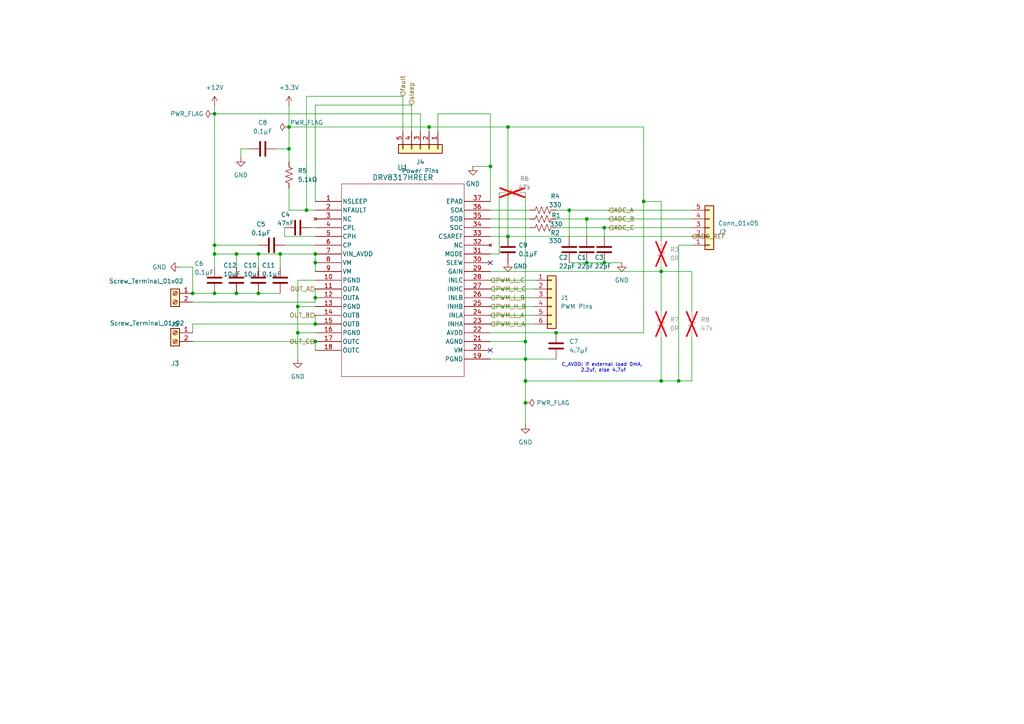
<source format=kicad_sch>
(kicad_sch (version 20231120) (generator "eeschema") (generator_version "8.0")
  (paper "A4")
  (title_block (title "Reaction Wheel Board") (date "2025-01-16") (rev "v1a") (comment 1 "Carson Lauer") (comment 2 "Maya Bridgman"))
  (lib_symbols
    (symbol "Connector:Screw_Terminal_01x02" (pin_names (offset 1.016) hide)
      (property "Reference" "J" (at 0 2.54 0))
      (property "Value" "Screw_Terminal_01x02" (at 0 -5.08 0))
      (symbol "Screw_Terminal_01x02_1_1"
        (rectangle (start -1.27 1.27) (end 1.27 -3.81) (stroke (width 0.254)) (fill (type background)))
        (circle (center 0 -2.54) (radius 0.635) (stroke (width 0.1524)))
        (polyline (pts (xy -0.5334 -2.2098) (xy 0.3302 -3.048)) (stroke (width 0.1524)))
        (polyline (pts (xy -0.5334 0.3302) (xy 0.3302 -0.508)) (stroke (width 0.1524)))
        (polyline (pts (xy -0.3556 -2.032) (xy 0.508 -2.8702)) (stroke (width 0.1524)))
        (polyline (pts (xy -0.3556 0.508) (xy 0.508 -0.3302)) (stroke (width 0.1524)))
        (circle (center 0 0) (radius 0.635) (stroke (width 0.1524)))
        (pin passive line (at -5.08 0 0) (length 3.81) (name "Pin_1") (number "1"))
        (pin passive line (at -5.08 -2.54 0) (length 3.81) (name "Pin_2") (number "2"))
      )
    )
    (symbol "Connector_Generic:Conn_01x05" (pin_names (offset 1.016) hide)
      (property "Reference" "J" (at 0 7.62 0))
      (property "Value" "Conn_01x05" (at 0 -7.62 0))
      (symbol "Conn_01x05_1_1"
        (rectangle (start -1.27 -4.953) (end 0 -5.207) (stroke (width 0.1524)))
        (rectangle (start -1.27 -2.413) (end 0 -2.667) (stroke (width 0.1524)))
        (rectangle (start -1.27 0.127) (end 0 -0.127) (stroke (width 0.1524)))
        (rectangle (start -1.27 2.667) (end 0 2.413) (stroke (width 0.1524)))
        (rectangle (start -1.27 5.207) (end 0 4.953) (stroke (width 0.1524)))
        (rectangle (start -1.27 6.35) (end 1.27 -6.35) (stroke (width 0.254)) (fill (type background)))
        (pin passive line (at -5.08 5.08 0) (length 3.81) (name "Pin_1") (number "1"))
        (pin passive line (at -5.08 2.54 0) (length 3.81) (name "Pin_2") (number "2"))
        (pin passive line (at -5.08 0 0) (length 3.81) (name "Pin_3") (number "3"))
        (pin passive line (at -5.08 -2.54 0) (length 3.81) (name "Pin_4") (number "4"))
        (pin passive line (at -5.08 -5.08 0) (length 3.81) (name "Pin_5") (number "5"))
      )
    )
    (symbol "Connector_Generic:Conn_01x06" (pin_names (offset 1.016) hide)
      (property "Reference" "J" (at 0 7.62 0))
      (property "Value" "Conn_01x06" (at 0 -10.16 0))
      (symbol "Conn_01x06_1_1"
        (rectangle (start -1.27 -7.493) (end 0 -7.747) (stroke (width 0.1524)))
        (rectangle (start -1.27 -4.953) (end 0 -5.207) (stroke (width 0.1524)))
        (rectangle (start -1.27 -2.413) (end 0 -2.667) (stroke (width 0.1524)))
        (rectangle (start -1.27 0.127) (end 0 -0.127) (stroke (width 0.1524)))
        (rectangle (start -1.27 2.667) (end 0 2.413) (stroke (width 0.1524)))
        (rectangle (start -1.27 5.207) (end 0 4.953) (stroke (width 0.1524)))
        (rectangle (start -1.27 6.35) (end 1.27 -8.89) (stroke (width 0.254)) (fill (type background)))
        (pin passive line (at -5.08 5.08 0) (length 3.81) (name "Pin_1") (number "1"))
        (pin passive line (at -5.08 2.54 0) (length 3.81) (name "Pin_2") (number "2"))
        (pin passive line (at -5.08 0 0) (length 3.81) (name "Pin_3") (number "3"))
        (pin passive line (at -5.08 -2.54 0) (length 3.81) (name "Pin_4") (number "4"))
        (pin passive line (at -5.08 -5.08 0) (length 3.81) (name "Pin_5") (number "5"))
        (pin passive line (at -5.08 -7.62 0) (length 3.81) (name "Pin_6") (number "6"))
      )
    )
    (symbol "Device:C" (pin_numbers hide) (pin_names (offset 0.254))
      (property "Reference" "C" (at 0.635 2.54 0))
      (property "Value" "C" (at 0.635 -2.54 0))
      (symbol "C_0_1"
        (polyline (pts (xy -2.032 -0.762) (xy 2.032 -0.762)) (stroke (width 0.508)))
        (polyline (pts (xy -2.032 0.762) (xy 2.032 0.762)) (stroke (width 0.508)))
      )
      (symbol "C_1_1"
        (pin passive line (at 0 3.81 270) (length 2.794) (name "~") (number "1"))
        (pin passive line (at 0 -3.81 90) (length 2.794) (name "~") (number "2"))
      )
    )
    (symbol "Device:R_US" (pin_numbers hide) (pin_names (offset 0))
      (property "Reference" "R" (at 2.54 0 90))
      (property "Value" "R_US" (at -2.54 0 90))
      (symbol "R_US_0_1"
        (polyline (pts (xy 0 -2.286) (xy 0 -2.54)))
        (polyline (pts (xy 0 2.286) (xy 0 2.54)))
        (polyline (pts (xy 0 -0.762) (xy 1.016 -1.143) (xy 0 -1.524) (xy -1.016 -1.905) (xy 0 -2.286)))
        (polyline (pts (xy 0 0.762) (xy 1.016 0.381) (xy 0 0) (xy -1.016 -0.381) (xy 0 -0.762)))
        (polyline (pts (xy 0 2.286) (xy 1.016 1.905) (xy 0 1.524) (xy -1.016 1.143) (xy 0 0.762)))
      )
      (symbol "R_US_1_1"
        (pin passive line (at 0 3.81 270) (length 1.27) (name "~") (number "1"))
        (pin passive line (at 0 -3.81 90) (length 1.27) (name "~") (number "2"))
      )
    )
    (symbol "power:+12V" (power) (pin_numbers hide) (pin_names (offset 0) hide)
      (property "Value" "+12V" (at 0 3.556 0))
      (symbol "+12V_0_1"
        (polyline (pts (xy -0.762 1.27) (xy 0 2.54)))
        (polyline (pts (xy 0 0) (xy 0 2.54)))
        (polyline (pts (xy 0 2.54) (xy 0.762 1.27)))
      )
      (symbol "+12V_1_1"
        (pin power_in line (at 0 0 90) (length 0) (name "~") (number "1"))
      )
    )
    (symbol "power:+3.3V" (power) (pin_numbers hide) (pin_names (offset 0) hide)
      (property "Value" "+3.3V" (at 0 3.556 0))
      (symbol "+3.3V_0_1"
        (polyline (pts (xy -0.762 1.27) (xy 0 2.54)))
        (polyline (pts (xy 0 0) (xy 0 2.54)))
        (polyline (pts (xy 0 2.54) (xy 0.762 1.27)))
      )
      (symbol "+3.3V_1_1"
        (pin power_in line (at 0 0 90) (length 0) (name "~") (number "1"))
      )
    )
    (symbol "power:GND" (power) (pin_numbers hide) (pin_names (offset 0) hide)
      (property "Value" "GND" (at 0 -3.81 0))
      (symbol "GND_0_1"
        (polyline (pts (xy 0 0) (xy 0 -1.27) (xy 1.27 -1.27) (xy 0 -2.54) (xy -1.27 -1.27) (xy 0 -1.27)))
      )
      (symbol "GND_1_1"
        (pin power_in line (at 0 0 270) (length 0) (name "~") (number "1"))
      )
    )
    (symbol "power:PWR_FLAG" (power) (pin_numbers hide) (pin_names (offset 0) hide)
      (property "Value" "PWR_FLAG" (at 0 3.81 0))
      (symbol "PWR_FLAG_0_0"
        (pin power_out line (at 0 0 90) (length 0) (name "~") (number "1"))
      )
      (symbol "PWR_FLAG_0_1"
        (polyline (pts (xy 0 0) (xy 0 1.27) (xy -1.016 1.905) (xy 0 2.54) (xy 1.016 1.905) (xy 0 1.27)))
      )
    )
    (symbol "ssi_IC:DRV8317HREER" (pin_names (offset 0.254))
      (property "Reference" "U1" (at 25.4 10.16 0))
      (property "Value" "DRV8317HREER" (at 25.4 7.62 0))
      (symbol "DRV8317HREER_1_1"
        (polyline (pts (xy 7.62 -50.8) (xy 43.18 -50.8)) (stroke (width 0.127)))
        (polyline (pts (xy 7.62 5.08) (xy 7.62 -50.8)) (stroke (width 0.127)))
        (polyline (pts (xy 43.18 -50.8) (xy 43.18 5.08)) (stroke (width 0.127)))
        (polyline (pts (xy 43.18 5.08) (xy 7.62 5.08)) (stroke (width 0.127)))
        (pin input line (at 0 0 0) (length 7.62) (name "NSLEEP") (number "1"))
        (pin power_in line (at 0 -22.86 0) (length 7.62) (name "PGND") (number "10"))
        (pin output line (at 0 -25.4 0) (length 7.62) (name "OUTA") (number "11"))
        (pin output line (at 0 -27.94 0) (length 7.62) (name "OUTA") (number "12"))
        (pin power_in line (at 0 -30.48 0) (length 7.62) (name "PGND") (number "13"))
        (pin output line (at 0 -33.02 0) (length 7.62) (name "OUTB") (number "14"))
        (pin output line (at 0 -35.56 0) (length 7.62) (name "OUTB") (number "15"))
        (pin power_in line (at 0 -38.1 0) (length 7.62) (name "PGND") (number "16"))
        (pin output line (at 0 -40.64 0) (length 7.62) (name "OUTC") (number "17"))
        (pin output line (at 0 -43.18 0) (length 7.62) (name "OUTC") (number "18"))
        (pin power_in line (at 50.8 -45.72 180) (length 7.62) (name "PGND") (number "19"))
        (pin output line (at 0 -2.54 0) (length 7.62) (name "NFAULT") (number "2"))
        (pin power_in line (at 50.8 -43.18 180) (length 7.62) (name "VM") (number "20"))
        (pin power_in line (at 50.8 -40.64 180) (length 7.62) (name "AGND") (number "21"))
        (pin power_in line (at 50.8 -38.1 180) (length 7.62) (name "AVDD") (number "22"))
        (pin input line (at 50.8 -35.56 180) (length 7.62) (name "INHA") (number "23"))
        (pin input line (at 50.8 -33.02 180) (length 7.62) (name "INLA") (number "24"))
        (pin input line (at 50.8 -30.48 180) (length 7.62) (name "INHB") (number "25"))
        (pin input line (at 50.8 -27.94 180) (length 7.62) (name "INLB") (number "26"))
        (pin input line (at 50.8 -25.4 180) (length 7.62) (name "INHC") (number "27"))
        (pin input line (at 50.8 -22.86 180) (length 7.62) (name "INLC") (number "28"))
        (pin input line (at 50.8 -20.32 180) (length 7.62) (name "GAIN") (number "29"))
        (pin no_connect line (at 0 -5.08 0) (length 7.62) (name "NC") (number "3"))
        (pin input line (at 50.8 -17.78 180) (length 7.62) (name "SLEW") (number "30"))
        (pin input line (at 50.8 -15.24 180) (length 7.62) (name "MODE") (number "31"))
        (pin no_connect line (at 50.8 -12.7 180) (length 7.62) (name "NC") (number "32"))
        (pin power_in line (at 50.8 -10.16 180) (length 7.62) (name "CSAREF") (number "33"))
        (pin output line (at 50.8 -7.62 180) (length 7.62) (name "SOC") (number "34"))
        (pin output line (at 50.8 -5.08 180) (length 7.62) (name "SOB") (number "35"))
        (pin output line (at 50.8 -2.54 180) (length 7.62) (name "SOA") (number "36"))
        (pin power_in line (at 50.8 0 180) (length 7.62) (name "EPAD") (number "37"))
        (pin passive line (at 0 -7.62 0) (length 7.62) (name "CPL") (number "4"))
        (pin passive line (at 0 -10.16 0) (length 7.62) (name "CPH") (number "5"))
        (pin passive line (at 0 -12.7 0) (length 7.62) (name "CP") (number "6"))
        (pin power_in line (at 0 -15.24 0) (length 7.62) (name "VIN_AVDD") (number "7"))
        (pin power_in line (at 0 -17.78 0) (length 7.62) (name "VM") (number "8"))
        (pin power_in line (at 0 -20.32 0) (length 7.62) (name "VM") (number "9"))
      )
    )
  )
  (junction (at 91.44 76.2))
  (junction (at 196.85 110.49))
  (junction (at 74.93 85.09))
  (junction (at 86.36 88.9))
  (junction (at 62.23 71.12))
  (junction (at 191.77 110.49))
  (junction (at 152.4 116.84))
  (junction (at 124.46 36.83))
  (junction (at 74.93 73.66))
  (junction (at 147.32 36.83))
  (junction (at 62.23 85.09))
  (junction (at 68.58 85.09))
  (junction (at 142.24 48.26))
  (junction (at 68.58 73.66))
  (junction (at 175.26 66.04))
  (junction (at 91.44 99.06))
  (junction (at 152.4 104.14))
  (junction (at 91.44 86.36))
  (junction (at 62.23 33.02))
  (junction (at 161.29 96.52))
  (junction (at 186.69 58.42))
  (junction (at 83.82 36.83))
  (junction (at 91.44 73.66))
  (junction (at 170.18 76.2))
  (junction (at 191.77 78.74))
  (junction (at 86.36 96.52))
  (junction (at 55.88 85.09))
  (junction (at 165.1 60.96))
  (junction (at 152.4 110.49))
  (junction (at 175.26 76.2))
  (junction (at 83.82 43.18))
  (junction (at 91.44 93.98))
  (junction (at 88.9 60.96))
  (junction (at 170.18 63.5))
  (junction (at 62.23 73.66))
  (junction (at 81.28 73.66))
  (junction (at 152.4 99.06))
  (junction (at 147.32 68.58))
  (no_connect (at 142.24 76.2))
  (no_connect (at 142.24 101.6))
  (wire (pts (xy 86.36 88.9) (xy 86.36 96.52)))
  (wire (pts (xy 52.07 77.47) (xy 55.88 77.47)))
  (wire (pts (xy 186.69 36.83) (xy 186.69 58.42)))
  (wire (pts (xy 62.23 85.09) (xy 68.58 85.09)))
  (wire (pts (xy 165.1 76.2) (xy 170.18 76.2)))
  (wire (pts (xy 83.82 36.83) (xy 124.46 36.83)))
  (wire (pts (xy 86.36 88.9) (xy 91.44 88.9)))
  (wire (pts (xy 186.69 96.52) (xy 161.29 96.52)))
  (wire (pts (xy 142.24 73.66) (xy 144.78 73.66)))
  (wire (pts (xy 142.24 86.36) (xy 154.94 86.36)))
  (wire (pts (xy 170.18 63.5) (xy 200.66 63.5)))
  (wire (pts (xy 191.77 77.47) (xy 191.77 78.74)))
  (wire (pts (xy 62.23 33.02) (xy 121.92 33.02)))
  (wire (pts (xy 142.24 48.26) (xy 142.24 58.42)))
  (wire (pts (xy 152.4 110.49) (xy 191.77 110.49)))
  (wire (pts (xy 88.9 60.96) (xy 88.9 27.94)))
  (wire (pts (xy 83.82 36.83) (xy 83.82 43.18)))
  (wire (pts (xy 91.44 58.42) (xy 91.44 30.48)))
  (wire (pts (xy 83.82 30.48) (xy 83.82 36.83)))
  (wire (pts (xy 62.23 73.66) (xy 62.23 71.12)))
  (wire (pts (xy 55.88 93.98) (xy 91.44 93.98)))
  (wire (pts (xy 69.85 45.72) (xy 69.85 43.18)))
  (wire (pts (xy 191.77 69.85) (xy 191.77 58.42)))
  (wire (pts (xy 142.24 93.98) (xy 154.94 93.98)))
  (wire (pts (xy 147.32 68.58) (xy 142.24 68.58)))
  (wire (pts (xy 74.93 73.66) (xy 74.93 77.47)))
  (wire (pts (xy 196.85 71.12) (xy 196.85 110.49)))
  (wire (pts (xy 62.23 73.66) (xy 62.23 77.47)))
  (wire (pts (xy 83.82 60.96) (xy 88.9 60.96)))
  (wire (pts (xy 170.18 63.5) (xy 170.18 68.58)))
  (wire (pts (xy 142.24 78.74) (xy 191.77 78.74)))
  (wire (pts (xy 74.93 85.09) (xy 81.28 85.09)))
  (wire (pts (xy 152.4 99.06) (xy 152.4 104.14)))
  (wire (pts (xy 191.77 110.49) (xy 196.85 110.49)))
  (wire (pts (xy 116.84 27.94) (xy 116.84 38.1)))
  (wire (pts (xy 91.44 76.2) (xy 91.44 78.74)))
  (wire (pts (xy 152.4 104.14) (xy 161.29 104.14)))
  (wire (pts (xy 200.66 97.79) (xy 200.66 110.49)))
  (wire (pts (xy 142.24 66.04) (xy 153.67 66.04)))
  (wire (pts (xy 144.78 55.88) (xy 144.78 73.66)))
  (wire (pts (xy 82.55 66.04) (xy 82.55 68.58)))
  (wire (pts (xy 161.29 66.04) (xy 175.26 66.04)))
  (wire (pts (xy 165.1 60.96) (xy 165.1 68.58)))
  (wire (pts (xy 142.24 83.82) (xy 154.94 83.82)))
  (wire (pts (xy 91.44 30.48) (xy 119.38 30.48)))
  (wire (pts (xy 152.4 104.14) (xy 152.4 110.49)))
  (wire (pts (xy 191.77 97.79) (xy 191.77 110.49)))
  (wire (pts (xy 91.44 99.06) (xy 91.44 101.6)))
  (wire (pts (xy 62.23 73.66) (xy 68.58 73.66)))
  (wire (pts (xy 82.55 68.58) (xy 91.44 68.58)))
  (wire (pts (xy 55.88 85.09) (xy 55.88 77.47)))
  (wire (pts (xy 55.88 99.06) (xy 91.44 99.06)))
  (wire (pts (xy 119.38 30.48) (xy 119.38 38.1)))
  (wire (pts (xy 137.16 48.26) (xy 142.24 48.26)))
  (wire (pts (xy 69.85 43.18) (xy 72.39 43.18)))
  (wire (pts (xy 147.32 68.58) (xy 200.66 68.58)))
  (wire (pts (xy 82.55 71.12) (xy 91.44 71.12)))
  (wire (pts (xy 161.29 96.52) (xy 142.24 96.52)))
  (wire (pts (xy 142.24 88.9) (xy 154.94 88.9)))
  (wire (pts (xy 62.23 71.12) (xy 74.93 71.12)))
  (wire (pts (xy 55.88 87.63) (xy 91.44 87.63)))
  (wire (pts (xy 91.44 83.82) (xy 91.44 86.36)))
  (wire (pts (xy 86.36 96.52) (xy 86.36 104.14)))
  (wire (pts (xy 88.9 60.96) (xy 91.44 60.96)))
  (wire (pts (xy 152.4 110.49) (xy 152.4 116.84)))
  (wire (pts (xy 152.4 55.88) (xy 152.4 99.06)))
  (wire (pts (xy 68.58 85.09) (xy 74.93 85.09)))
  (wire (pts (xy 62.23 33.02) (xy 62.23 71.12)))
  (wire (pts (xy 142.24 104.14) (xy 152.4 104.14)))
  (wire (pts (xy 186.69 58.42) (xy 186.69 96.52)))
  (wire (pts (xy 161.29 60.96) (xy 165.1 60.96)))
  (wire (pts (xy 83.82 43.18) (xy 83.82 46.99)))
  (wire (pts (xy 62.23 30.48) (xy 62.23 33.02)))
  (wire (pts (xy 142.24 63.5) (xy 153.67 63.5)))
  (wire (pts (xy 200.66 90.17) (xy 200.66 78.74)))
  (wire (pts (xy 196.85 110.49) (xy 200.66 110.49)))
  (wire (pts (xy 191.77 58.42) (xy 186.69 58.42)))
  (wire (pts (xy 191.77 78.74) (xy 200.66 78.74)))
  (wire (pts (xy 68.58 73.66) (xy 74.93 73.66)))
  (wire (pts (xy 121.92 38.1) (xy 121.92 33.02)))
  (wire (pts (xy 191.77 90.17) (xy 191.77 78.74)))
  (wire (pts (xy 147.32 36.83) (xy 186.69 36.83)))
  (wire (pts (xy 90.17 66.04) (xy 91.44 66.04)))
  (wire (pts (xy 170.18 76.2) (xy 175.26 76.2)))
  (wire (pts (xy 88.9 27.94) (xy 116.84 27.94)))
  (wire (pts (xy 81.28 73.66) (xy 81.28 77.47)))
  (wire (pts (xy 127 33.02) (xy 142.24 33.02)))
  (wire (pts (xy 142.24 99.06) (xy 152.4 99.06)))
  (wire (pts (xy 80.01 43.18) (xy 83.82 43.18)))
  (wire (pts (xy 161.29 63.5) (xy 170.18 63.5)))
  (wire (pts (xy 127 33.02) (xy 127 38.1)))
  (wire (pts (xy 124.46 36.83) (xy 124.46 38.1)))
  (wire (pts (xy 86.36 96.52) (xy 91.44 96.52)))
  (wire (pts (xy 142.24 91.44) (xy 154.94 91.44)))
  (wire (pts (xy 91.44 81.28) (xy 86.36 81.28)))
  (wire (pts (xy 142.24 33.02) (xy 142.24 48.26)))
  (wire (pts (xy 91.44 91.44) (xy 91.44 93.98)))
  (wire (pts (xy 55.88 85.09) (xy 62.23 85.09)))
  (wire (pts (xy 165.1 60.96) (xy 200.66 60.96)))
  (wire (pts (xy 91.44 87.63) (xy 91.44 86.36)))
  (wire (pts (xy 55.88 93.98) (xy 55.88 96.52)))
  (wire (pts (xy 200.66 71.12) (xy 196.85 71.12)))
  (wire (pts (xy 74.93 73.66) (xy 81.28 73.66)))
  (wire (pts (xy 68.58 73.66) (xy 68.58 77.47)))
  (wire (pts (xy 147.32 36.83) (xy 147.32 68.58)))
  (wire (pts (xy 81.28 73.66) (xy 91.44 73.66)))
  (wire (pts (xy 86.36 81.28) (xy 86.36 88.9)))
  (wire (pts (xy 175.26 76.2) (xy 180.34 76.2)))
  (wire (pts (xy 124.46 36.83) (xy 147.32 36.83)))
  (wire (pts (xy 83.82 54.61) (xy 83.82 60.96)))
  (wire (pts (xy 175.26 66.04) (xy 200.66 66.04)))
  (wire (pts (xy 142.24 81.28) (xy 154.94 81.28)))
  (wire (pts (xy 142.24 60.96) (xy 153.67 60.96)))
  (wire (pts (xy 175.26 66.04) (xy 175.26 68.58)))
  (wire (pts (xy 91.44 73.66) (xy 91.44 76.2)))
  (wire (pts (xy 152.4 123.19) (xy 152.4 116.84)))
  (text "C_AVDD: if external load 0mA, \n2.2uf, else 4.7uf" (at 175.006 106.68 0) (effects (font (size 1.016 1.016))))
  (hierarchical_label "PWM_H_B" (shape input) (at 142.24 88.9 0))
  (hierarchical_label "PWM_L_A" (shape input) (at 142.24 91.44 0))
  (hierarchical_label "ADC_B" (shape input) (at 176.53 63.5 0))
  (hierarchical_label "PWM_H_A" (shape input) (at 142.24 93.98 0))
  (hierarchical_label "fault" (shape input) (at 116.84 27.94 90))
  (hierarchical_label "PWM_H_C" (shape input) (at 142.24 83.82 0))
  (hierarchical_label "PWM_L_C" (shape input) (at 142.24 81.28 0))
  (hierarchical_label "OUT_A" (shape input) (at 91.44 83.82 180))
  (hierarchical_label "OUT_C" (shape input) (at 91.44 99.06 180))
  (hierarchical_label "OUT_B" (shape input) (at 91.44 91.44 180))
  (hierarchical_label "PWM_L_B" (shape input) (at 142.24 86.36 0))
  (hierarchical_label "sleep" (shape input) (at 119.38 30.48 90))
  (hierarchical_label "ADC_REF" (shape input) (at 200.66 68.58 0))
  (hierarchical_label "ADC_C" (shape input) (at 176.53 66.04 0))
  (hierarchical_label "ADC_A" (shape input) (at 176.53 60.96 0))
  (symbol (lib_id "power:PWR_FLAG") (at 62.23 33.02 90) (unit 1)
    (property "Reference" "#FLG01" (effects (hide yes)))
    (property "Value" "PWR_FLAG" (at 59.0551 33.02 90) (effects (justify left)))
    (property "Description" "Special symbol for telling ERC where power comes from" (effects (hide yes)))
  )
  (symbol (lib_id "Device:R_US") (at 191.77 93.98 180) (unit 1) (dnp yes)
    (property "Reference" "R7" (at 194.31 92.7099 0) (effects (justify right)))
    (property "Value" "0R" (at 194.31 95.2499 0) (effects (justify right)))
    (property "Footprint" "Resistor_SMD:R_0603_1608Metric" (effects (hide yes)))
    (property "Description" "Resistor, US symbol" (effects (hide yes)))
  )
  (symbol (lib_id "Device:R_US") (at 157.48 60.96 90) (unit 1)
    (property "Reference" "R4" (at 161.036 56.896 90))
    (property "Value" "330" (at 161.036 59.436 90))
    (property "Footprint" "Resistor_SMD:R_0603_1608Metric" (effects (hide yes)))
    (property "Description" "Resistor, US symbol" (effects (hide yes)))
  )
  (symbol (lib_id "Device:C") (at 161.29 100.33 0) (unit 1)
    (property "Reference" "C7" (at 165.1 99.0599 0) (effects (justify left)))
    (property "Value" "4.7μF" (at 165.1 101.5999 0) (effects (justify left)))
    (property "Footprint" "Capacitor_SMD:C_0603_1608Metric" (effects (hide yes)))
    (property "Description" "Unpolarized capacitor" (effects (hide yes)))
  )
  (symbol (lib_id "power:+3.3V") (at 83.82 30.48 0) (unit 1)
    (property "Reference" "#PWR09" (effects (hide yes)))
    (property "Value" "+3.3V" (at 83.82 25.4 0))
    (property "Description" "Power symbol creates a global label with name \"+3.3V\"" (effects (hide yes)))
  )
  (symbol (lib_id "Connector_Generic:Conn_01x05") (at 205.74 66.04 0) (mirror x) (unit 1)
    (property "Reference" "J2" (at 208.28 67.3101 0) (effects (justify left)))
    (property "Value" "Conn_01x05" (at 208.28 64.7701 0) (effects (justify left)))
    (property "Footprint" "Connector_PinHeader_2.54mm:PinHeader_1x05_P2.54mm_Vertical" (effects (hide yes)))
    (property "Description" "Generic connector, single row, 01x05, script generated (kicad-library-utils/schlib/autogen/connector/)" (effects (hide yes)))
  )
  (symbol (lib_id "Device:C") (at 86.36 66.04 270) (unit 1)
    (property "Reference" "C4" (at 82.804 62.23 90))
    (property "Value" "47nF" (at 82.804 64.77 90))
    (property "Footprint" "Capacitor_SMD:C_0603_1608Metric" (effects (hide yes)))
    (property "Description" "Unpolarized capacitor" (effects (hide yes)))
  )
  (symbol (lib_id "Device:C") (at 74.93 81.28 180) (unit 1)
    (property "Reference" "C10" (at 70.612 76.962 0) (effects (justify right)))
    (property "Value" "10μF" (at 70.612 79.502 0) (effects (justify right)))
    (property "Footprint" "Capacitor_SMD:C_0603_1608Metric" (effects (hide yes)))
    (property "Description" "Unpolarized capacitor" (effects (hide yes)))
  )
  (symbol (lib_id "Device:R_US") (at 148.59 55.88 90) (unit 1) (dnp yes)
    (property "Reference" "R6" (at 152.146 51.816 90))
    (property "Value" "47k" (at 152.146 54.356 90))
    (property "Footprint" "Resistor_SMD:R_0603_1608Metric" (effects (hide yes)))
    (property "Description" "Resistor, US symbol" (effects (hide yes)))
  )
  (symbol (lib_id "power:PWR_FLAG") (at 152.4 116.84 270) (unit 1)
    (property "Reference" "#FLG03" (effects (hide yes)))
    (property "Value" "PWR_FLAG" (at 155.575 116.84 90) (effects (justify left)))
    (property "Description" "Special symbol for telling ERC where power comes from" (effects (hide yes)))
  )
  (symbol (lib_id "Device:R_US") (at 200.66 93.98 180) (unit 1) (dnp yes)
    (property "Reference" "R8" (at 203.2 92.7099 0) (effects (justify right)))
    (property "Value" "47k" (at 203.2 95.2499 0) (effects (justify right)))
    (property "Footprint" "Resistor_SMD:R_0603_1608Metric" (effects (hide yes)))
    (property "Description" "Resistor, US symbol" (effects (hide yes)))
  )
  (symbol (lib_id "Device:C") (at 68.58 81.28 180) (unit 1)
    (property "Reference" "C12" (at 64.77 76.962 0) (effects (justify right)))
    (property "Value" "10μF" (at 64.77 79.502 0) (effects (justify right)))
    (property "Footprint" "Capacitor_SMD:C_0603_1608Metric" (effects (hide yes)))
    (property "Description" "Unpolarized capacitor" (effects (hide yes)))
  )
  (symbol (lib_id "Device:C") (at 165.1 72.39 0) (unit 1)
    (property "Reference" "C2" (at 162.052 74.676 0) (effects (justify left)))
    (property "Value" "22pF" (at 162.052 77.216 0) (effects (justify left)))
    (property "Footprint" "Capacitor_SMD:C_0603_1608Metric" (effects (hide yes)))
    (property "Description" "Unpolarized capacitor" (effects (hide yes)))
  )
  (symbol (lib_id "power:+12V") (at 62.23 30.48 0) (unit 1)
    (property "Reference" "#PWR04" (effects (hide yes)))
    (property "Value" "+12V" (at 62.23 25.4 0))
    (property "Description" "Power symbol creates a global label with name \"+12V\"" (effects (hide yes)))
  )
  (symbol (lib_id "Connector:Screw_Terminal_01x02") (at 50.8 85.09 0) (mirror y) (unit 1)
    (property "Reference" "J5" (at 50.8 93.98 0))
    (property "Value" "Screw_Terminal_01x02" (at 42.418 81.534 0))
    (property "Footprint" "ssi_connector:1985807" (effects (hide yes)))
    (property "Description" "Generic screw terminal, single row, 01x02, script generated (kicad-library-utils/schlib/autogen/connector/)" (effects (hide yes)))
  )
  (symbol (lib_id "ssi_IC:DRV8317HREER") (at 91.44 58.42 0) (unit 1)
    (property "Reference" "U1" (at 116.84 48.6461 0) (effects (font (size 1.524 1.524))))
    (property "Value" "DRV8317HREER" (at 116.84 51.479 0) (effects (font (size 1.524 1.524))))
    (property "Footprint" "ssi_driver:QFN-36_EP_4.6x5.4_Pitch0.4mm" (effects (hide yes)))
    (property "Datasheet" "DRV8317HREER" (effects (hide yes)))
  )
  (symbol (lib_id "Connector_Generic:Conn_01x05") (at 121.92 43.18 270) (unit 1)
    (property "Reference" "J4" (at 121.92 46.99 90))
    (property "Value" "Power Pins" (at 121.92 49.53 90))
    (property "Footprint" "Connector_PinHeader_2.54mm:PinHeader_1x05_P2.54mm_Vertical" (effects (hide yes)))
    (property "Description" "Generic connector, single row, 01x05, script generated (kicad-library-utils/schlib/autogen/connector/)" (effects (hide yes)))
  )
  (symbol (lib_id "Connector_Generic:Conn_01x06") (at 160.02 86.36 0) (unit 1)
    (property "Reference" "J1" (at 162.56 86.3599 0) (effects (justify left)))
    (property "Value" "PWM Pins" (at 162.56 88.8999 0) (effects (justify left)))
    (property "Footprint" "Connector_PinHeader_2.54mm:PinHeader_1x06_P2.54mm_Vertical" (effects (hide yes)))
    (property "Description" "Generic connector, single row, 01x06, script generated (kicad-library-utils/schlib/autogen/connector/)" (effects (hide yes)))
  )
  (symbol (lib_id "Device:R_US") (at 191.77 73.66 180) (unit 1) (dnp yes)
    (property "Reference" "R3" (at 194.31 72.3899 0) (effects (justify right)))
    (property "Value" "0R" (at 194.31 74.9299 0) (effects (justify right)))
    (property "Footprint" "Resistor_SMD:R_0603_1608Metric" (effects (hide yes)))
    (property "Description" "Resistor, US symbol" (effects (hide yes)))
  )
  (symbol (lib_id "Device:C") (at 147.32 72.39 180) (unit 1)
    (property "Reference" "C9" (at 150.368 71.12 0) (effects (justify right)))
    (property "Value" "0.1μF" (at 150.368 73.66 0) (effects (justify right)))
    (property "Footprint" "Capacitor_SMD:C_0603_1608Metric" (effects (hide yes)))
    (property "Description" "Unpolarized capacitor" (effects (hide yes)))
  )
  (symbol (lib_id "power:PWR_FLAG") (at 83.82 36.83 90) (unit 1)
    (property "Reference" "#FLG02" (effects (hide yes)))
    (property "Value" "PWR_FLAG" (at 93.726 35.56 90) (effects (justify left)))
    (property "Description" "Special symbol for telling ERC where power comes from" (effects (hide yes)))
  )
  (symbol (lib_id "Device:C") (at 81.28 81.28 180) (unit 1)
    (property "Reference" "C11" (at 75.946 76.962 0) (effects (justify right)))
    (property "Value" "0.1μF" (at 75.946 79.502 0) (effects (justify right)))
    (property "Footprint" "Capacitor_SMD:C_0603_1608Metric" (effects (hide yes)))
    (property "Description" "Unpolarized capacitor" (effects (hide yes)))
  )
  (symbol (lib_id "power:GND") (at 86.36 104.14 0) (unit 1)
    (property "Reference" "#PWR08" (effects (hide yes)))
    (property "Value" "GND" (at 86.36 109.22 0))
    (property "Description" "Power symbol creates a global label with name \"GND\" , ground" (effects (hide yes)))
  )
  (symbol (lib_id "power:GND") (at 147.32 76.2 0) (unit 1)
    (property "Reference" "#PWR05" (effects (hide yes)))
    (property "Value" "GND" (at 150.876 77.216 0))
    (property "Description" "Power symbol creates a global label with name \"GND\" , ground" (effects (hide yes)))
  )
  (symbol (lib_id "power:GND") (at 180.34 76.2 0) (unit 1)
    (property "Reference" "#PWR02" (effects (hide yes)))
    (property "Value" "GND" (at 180.34 81.28 0))
    (property "Description" "Power symbol creates a global label with name \"GND\" , ground" (effects (hide yes)))
  )
  (symbol (lib_id "Device:C") (at 170.18 72.39 0) (unit 1)
    (property "Reference" "C1" (at 167.386 74.676 0) (effects (justify left)))
    (property "Value" "22pF" (at 167.386 77.216 0) (effects (justify left)))
    (property "Footprint" "Capacitor_SMD:C_0603_1608Metric" (effects (hide yes)))
    (property "Description" "Unpolarized capacitor" (effects (hide yes)))
  )
  (symbol (lib_id "Device:R_US") (at 157.48 66.04 90) (unit 1)
    (property "Reference" "R2" (at 161.036 67.564 90))
    (property "Value" "330" (at 161.036 69.85 90))
    (property "Footprint" "Resistor_SMD:R_0603_1608Metric" (effects (hide yes)))
    (property "Description" "Resistor, US symbol" (effects (hide yes)))
  )
  (symbol (lib_id "power:GND") (at 69.85 45.72 0) (unit 1)
    (property "Reference" "#PWR07" (effects (hide yes)))
    (property "Value" "GND" (at 69.85 50.8 0))
    (property "Description" "Power symbol creates a global label with name \"GND\" , ground" (effects (hide yes)))
  )
  (symbol (lib_id "Device:C") (at 62.23 81.28 180) (unit 1)
    (property "Reference" "C6" (at 56.388 76.454 0) (effects (justify right)))
    (property "Value" "0.1μF" (at 56.388 78.994 0) (effects (justify right)))
    (property "Footprint" "Capacitor_SMD:C_0603_1608Metric" (effects (hide yes)))
    (property "Description" "Unpolarized capacitor" (effects (hide yes)))
  )
  (symbol (lib_id "power:GND") (at 52.07 77.47 270) (unit 1)
    (property "Reference" "#PWR010" (effects (hide yes)))
    (property "Value" "GND" (at 48.26 77.4699 90) (effects (justify right)))
    (property "Description" "Power symbol creates a global label with name \"GND\" , ground" (effects (hide yes)))
  )
  (symbol (lib_id "power:GND") (at 152.4 123.19 0) (unit 1)
    (property "Reference" "#PWR03" (effects (hide yes)))
    (property "Value" "GND" (at 152.4 128.27 0))
    (property "Description" "Power symbol creates a global label with name \"GND\" , ground" (effects (hide yes)))
  )
  (symbol (lib_id "power:GND") (at 137.16 48.26 0) (unit 1)
    (property "Reference" "#PWR06" (effects (hide yes)))
    (property "Value" "GND" (at 137.16 53.34 0))
    (property "Description" "Power symbol creates a global label with name \"GND\" , ground" (effects (hide yes)))
  )
  (symbol (lib_id "Device:R_US") (at 157.48 63.5 90) (unit 1)
    (property "Reference" "R1" (at 161.29 62.484 90))
    (property "Value" "330" (at 161.29 65.024 90))
    (property "Footprint" "Resistor_SMD:R_0603_1608Metric" (effects (hide yes)))
    (property "Description" "Resistor, US symbol" (effects (hide yes)))
  )
  (symbol (lib_id "Device:R_US") (at 83.82 50.8 0) (unit 1)
    (property "Reference" "R5" (at 86.36 49.5299 0) (effects (justify left)))
    (property "Value" "5.1kΩ" (at 86.36 52.0699 0) (effects (justify left)))
    (property "Footprint" "Resistor_SMD:R_0603_1608Metric" (effects (hide yes)))
    (property "Description" "Resistor, US symbol" (effects (hide yes)))
  )
  (symbol (lib_id "Connector:Screw_Terminal_01x02") (at 50.8 96.52 0) (mirror y) (unit 1)
    (property "Reference" "J3" (at 50.8 105.41 0))
    (property "Value" "Screw_Terminal_01x02" (at 42.672 93.726 0))
    (property "Footprint" "ssi_connector:1985807" (effects (hide yes)))
    (property "Description" "Generic screw terminal, single row, 01x02, script generated (kicad-library-utils/schlib/autogen/connector/)" (effects (hide yes)))
  )
  (symbol (lib_id "Device:C") (at 76.2 43.18 90) (unit 1)
    (property "Reference" "C8" (at 76.2 35.56 90))
    (property "Value" "0.1μF" (at 76.2 38.1 90))
    (property "Footprint" "Capacitor_SMD:C_0603_1608Metric" (effects (hide yes)))
    (property "Description" "Unpolarized capacitor" (effects (hide yes)))
  )
  (symbol (lib_id "Device:C") (at 78.74 71.12 90) (unit 1)
    (property "Reference" "C5" (at 75.692 65.024 90))
    (property "Value" "0.1μF" (at 75.692 67.564 90))
    (property "Footprint" "Capacitor_SMD:C_0603_1608Metric" (effects (hide yes)))
    (property "Description" "Unpolarized capacitor" (effects (hide yes)))
  )
  (symbol (lib_id "Device:C") (at 175.26 72.39 0) (unit 1)
    (property "Reference" "C3" (at 172.466 74.676 0) (effects (justify left)))
    (property "Value" "22pF" (at 172.466 77.216 0) (effects (justify left)))
    (property "Footprint" "Capacitor_SMD:C_0603_1608Metric" (effects (hide yes)))
    (property "Description" "Unpolarized capacitor" (effects (hide yes)))
  )
)
</source>
